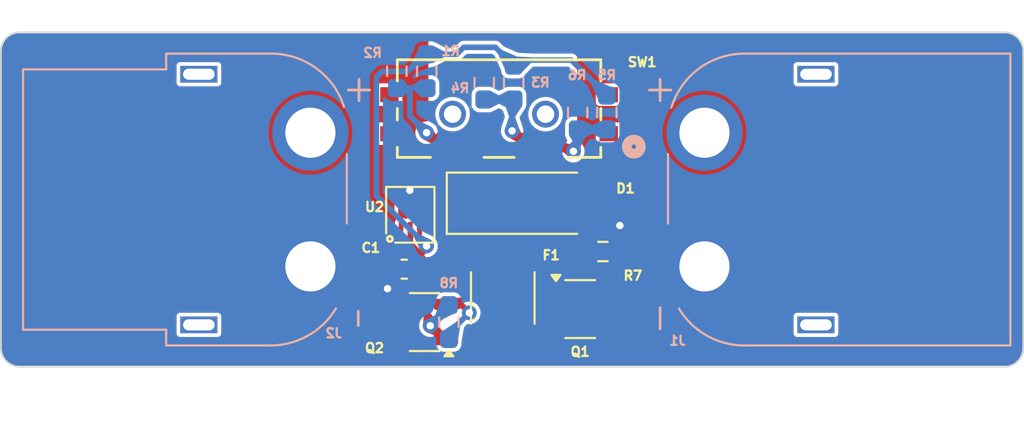
<source format=kicad_pcb>
(kicad_pcb (version 20240108) (generator "pcbnew") (generator_version "8.0")
  (layers (0 "F.Cu" signal) (31 "B.Cu" signal) (34 "B.Paste" user) (35 "F.Paste" user) (36 "B.SilkS" user "B.Silkscreen") (37 "F.SilkS" user "F.Silkscreen") (38 "B.Mask" user) (39 "F.Mask" user) (44 "Edge.Cuts" user))
  (net 0 "")
  (net 1 "GND")
  (net 2 "Net-(R1-Pad1)")
  (net 3 "Net-(Q2-S)")
  (net 4 "Net-(D1-K)")
  (net 5 "Net-(D1-A)")
  (net 6 "Net-(J1-Pin_2)")
  (net 7 "Net-(J2-Pin_2)")
  (net 8 "Net-(R3-Pad1)")
  (net 9 "Net-(R5-Pad1)")
  (net 10 "Net-(Q2-G)")
  (net 11 "Net-(U2-IN-)")
  (footprint "Package_TO_SOT_SMD:SOT-23-3" (layer "F.Cu") (at 147.1625 119.9)
    (property "Reference" "Q1" (at 0 2.3 0) (layer "F.SilkS") (effects (font (size 0.5 0.5))))
    (property "Value" "GSFC3415C")
    (fp_line (start 0 -1.56) (end -0.8 -1.56) (stroke (width 0.12)) (layer "F.SilkS"))
    (fp_line (start 0 -1.56) (end 0.8 -1.56) (stroke (width 0.12)) (layer "F.SilkS"))
    (fp_line (start 0 1.56) (end -0.8 1.56) (stroke (width 0.12)) (layer "F.SilkS"))
    (fp_line (start 0 1.56) (end 0.8 1.56) (stroke (width 0.12)) (layer "F.SilkS"))
    (fp_poly (pts (xy -1.3 -1.51) (xy -1.54 -1.84) (xy -1.06 -1.84) (xy -1.3 -1.51)) (stroke (width 0.12)) (fill solid) (layer "F.SilkS"))
    (pad "1" smd roundrect (at -1.1375 -0.95) (size 1.325 0.6) (layers "F.Cu" "F.Paste" "F.Mask") (net 5 "Net-(D1-A)"))
    (pad "2" smd roundrect (at -1.1375 0.95) (size 1.325 0.6) (layers "F.Cu" "F.Paste" "F.Mask") (net 4 "Net-(D1-K)"))
    (pad "3" smd roundrect (at 1.1375 0) (size 1.325 0.6) (layers "F.Cu" "F.Paste" "F.Mask") (net 6 "Net-(J1-Pin_2)"))
  )
  (footprint "BPP_Lib:CUS-13TB_NDC" (layer "F.Cu") (at 142.8 109.1 180)
    (property "Reference" "SW1" (at -7.7 2.5 0) (layer "F.SilkS") (effects (font (size 0.5 0.5))))
    (property "Value" "CUS-13TB")
    (fp_circle (center -7.2517 -2.0519) (end -6.8707 -2.0519) (stroke (width 0.508)) (fill none) (layer "B.SilkS"))
    (fp_line (start 5.4737 2.628901) (end 5.4737 1.48724) (stroke (width 0.1524)) (layer "F.SilkS"))
    (fp_line (start 5.4737 0.00896) (end 5.4737 -0.612759) (stroke (width 0.1524)) (layer "F.SilkS"))
    (fp_line (start 5.4737 -2.091039) (end 5.4737 -2.6289) (stroke (width 0.1524)) (layer "F.SilkS"))
    (fp_line (start 5.4737 -2.6289) (end 3.688339 -2.6289) (stroke (width 0.1524)) (layer "F.SilkS"))
    (fp_line (start 0.81166 -2.6289) (end -0.81166 -2.6289) (stroke (width 0.1524)) (layer "F.SilkS"))
    (fp_line (start -3.688339 -2.6289) (end -5.4737 -2.6289) (stroke (width 0.1524)) (layer "F.SilkS"))
    (fp_line (start -5.4737 2.628901) (end 5.4737 2.628901) (stroke (width 0.1524)) (layer "F.SilkS"))
    (fp_line (start -5.4737 1.48724) (end -5.4737 2.628901) (stroke (width 0.1524)) (layer "F.SilkS"))
    (fp_line (start -5.4737 -0.612759) (end -5.4737 0.00896) (stroke (width 0.1524)) (layer "F.SilkS"))
    (fp_line (start -5.4737 -2.6289) (end -5.4737 -2.091039) (stroke (width 0.1524)) (layer "F.SilkS"))
    (fp_circle (center -7.2517 -2.0519) (end -6.8707 -2.0519) (stroke (width 0.508)) (fill none) (layer "F.SilkS"))
    (pad "1" smd rect (at -2.999999 -2.0519 180) (size 0.7112 1.4986) (layers "F.Cu" "F.Paste" "F.Mask") (net 9 "Net-(R5-Pad1)"))
    (pad "2" smd rect (at -1.5 -2.0519 180) (size 0.7112 1.4986) (layers "F.Cu" "F.Paste" "F.Mask") (net 8 "Net-(R3-Pad1)"))
    (pad "3" smd rect (at 1.5 -2.0519 180) (size 0.7112 1.4986) (layers "F.Cu" "F.Paste" "F.Mask") (net 11 "Net-(U2-IN-)"))
    (pad "4" smd rect (at 2.999999 -2.0519 180) (size 0.7112 1.4986) (layers "F.Cu" "F.Paste" "F.Mask") (net 2 "Net-(R1-Pad1)"))
    (pad "5" smd rect (at -5.899998 -1.351899 180) (size 0.9906 0.8128) (layers "F.Cu" "F.Paste" "F.Mask"))
    (pad "6" smd rect (at 5.899998 -1.351899 180) (size 0.9906 0.8128) (layers "F.Cu" "F.Paste" "F.Mask"))
    (pad "7" smd rect (at -5.899998 0.7481 180) (size 0.9906 0.8128) (layers "F.Cu" "F.Paste" "F.Mask"))
    (pad "8" smd rect (at 5.899998 0.7481 180) (size 0.9906 0.8128) (layers "F.Cu" "F.Paste" "F.Mask"))
    (pad "9" thru_hole circle (at -2.5 -0.30184 180) (size 1.4478 1.4478) (drill 0.9398) (layers "*.Cu" "*.Mask"))
    (pad "10" thru_hole circle (at 2.5 -0.30184 180) (size 1.4478 1.4478) (drill 0.9398) (layers "*.Cu" "*.Mask"))
  )
  (footprint "PCM_Package_DFN_QFN_AKL:DFN-3-1EP-2x2mm_P0.5mm_EP1x1.35mm" (layer "F.Cu") (at 138.025 114.6214 90)
    (property "Reference" "U2" (at 0.2214 -1.925 0) (layer "F.SilkS") (effects (font (size 0.5 0.5))))
    (property "Value" "LT6703HDC-2" (hide yes))
    (fp_line (start 1.3 -1.3) (end 1.3 1.3) (stroke (width 0.12)) (layer "F.SilkS"))
    (fp_line (start -1.2 -1.3) (end 1.3 -1.3) (stroke (width 0.12)) (layer "F.SilkS"))
    (fp_line (start 1.3 1.3) (end -1.7 1.3) (stroke (width 0.12)) (layer "F.SilkS"))
    (fp_line (start -1.7 1.3) (end -1.7 -0.8) (stroke (width 0.12)) (layer "F.SilkS"))
    (fp_circle (center -1.5 -1.1) (end -1.4365 -1.1) (stroke (width 0.15)) (fill none) (layer "F.SilkS"))
    (pad "1" smd roundrect (at -0.9625 -0.5 90) (size 0.775 0.25) (layers "F.Cu" "F.Paste" "F.Mask") (net 10 "Net-(Q2-G)"))
    (pad "2" smd roundrect (at -0.9625 0 90) (size 0.775 0.25) (layers "F.Cu" "F.Paste" "F.Mask") (net 3 "Net-(Q2-S)"))
    (pad "3" smd roundrect (at -0.9625 0.5 90) (size 0.775 0.25) (layers "F.Cu" "F.Paste" "F.Mask") (net 11 "Net-(U2-IN-)"))
    (pad "4" smd roundrect (at 0.2 0 90) (size 1 1.3) (layers "F.Cu" "F.Mask") (net 1 "GND"))
  )
  (footprint "Fuse:Fuse_1812_4532Metric_Pad1.30x3.40mm_HandSolder" (layer "F.Cu") (at 143 119.3 -90)
    (property "Reference" "F1" (at -2.3 -2.6 180) (layer "F.SilkS") (effects (font (size 0.5 0.5))))
    (property "Value" "1812L300/24SLER")
    (fp_line (start -1.386252 1.71) (end 1.386252 1.71) (stroke (width 0.12)) (layer "F.SilkS"))
    (fp_line (start -1.386252 -1.71) (end 1.386252 -1.71) (stroke (width 0.12)) (layer "F.SilkS"))
    (pad "1" smd roundrect (at -2.225 0 270) (size 1.3 3.4) (layers "F.Cu" "F.Paste" "F.Mask") (roundrect_rratio 0.192308) (net 4 "Net-(D1-K)"))
    (pad "2" smd roundrect (at 2.225 0 270) (size 1.3 3.4) (layers "F.Cu" "F.Paste" "F.Mask") (roundrect_rratio 0.192308) (net 3 "Net-(Q2-S)"))
  )
  (footprint "Package_TO_SOT_SMD:SOT-23-3" (layer "F.Cu") (at 138.8 120.6 180)
    (property "Reference" "Q2" (at 2.7 -1.4 180) (layer "F.SilkS") (effects (font (size 0.5 0.5))))
    (property "Value" "GSFC3415C")
    (fp_line (start 0 1.56) (end 0.8 1.56) (stroke (width 0.12)) (layer "F.SilkS"))
    (fp_line (start 0 1.56) (end -0.8 1.56) (stroke (width 0.12)) (layer "F.SilkS"))
    (fp_line (start 0 -1.56) (end 0.8 -1.56) (stroke (width 0.12)) (layer "F.SilkS"))
    (fp_line (start 0 -1.56) (end -0.8 -1.56) (stroke (width 0.12)) (layer "F.SilkS"))
    (fp_poly (pts (xy -1.3 -1.51) (xy -1.54 -1.84) (xy -1.06 -1.84) (xy -1.3 -1.51)) (stroke (width 0.12)) (fill solid) (layer "F.SilkS"))
    (pad "1" smd roundrect (at -1.1375 -0.95 180) (size 1.325 0.6) (layers "F.Cu" "F.Paste" "F.Mask") (net 10 "Net-(Q2-G)"))
    (pad "2" smd roundrect (at -1.1375 0.95 180) (size 1.325 0.6) (layers "F.Cu" "F.Paste" "F.Mask") (net 3 "Net-(Q2-S)"))
    (pad "3" smd roundrect (at 1.1375 0 180) (size 1.325 0.6) (layers "F.Cu" "F.Paste" "F.Mask") (net 7 "Net-(J2-Pin_2)"))
  )
  (footprint "Diode_SMD:D_SMA_Handsoldering" (layer "F.Cu") (at 144.5 114.2)
    (property "Reference" "D1" (at 5.1 -0.8 0) (layer "F.SilkS") (effects (font (size 0.5 0.5))))
    (property "Value" "SMAZ10-13-F")
    (fp_line (start -4.51 -1.65) (end -4.51 1.65) (stroke (width 0.12)) (layer "F.SilkS"))
    (fp_line (start -4.51 -1.65) (end 2.5 -1.65) (stroke (width 0.12)) (layer "F.SilkS"))
    (fp_line (start -4.51 1.65) (end 2.5 1.65) (stroke (width 0.12)) (layer "F.SilkS"))
    (pad "1" smd roundrect (at -2.5 0) (size 3.5 1.8) (layers "F.Cu" "F.Paste" "F.Mask") (roundrect_rratio 0.1388888889) (net 4 "Net-(D1-K)"))
    (pad "2" smd roundrect (at 2.5 0) (size 3.5 1.8) (layers "F.Cu" "F.Paste" "F.Mask") (roundrect_rratio 0.1388888889) (net 5 "Net-(D1-A)"))
  )
  (footprint "Resistor_SMD:R_0603_1608Metric_Pad0.98x0.95mm_HandSolder" (layer "F.Cu") (at 148.3875 116.8 180)
    (property "Reference" "R7" (at -1.6125 -1.3 180) (layer "F.SilkS") (effects (font (size 0.5 0.5))))
    (property "Value" "10k")
    (fp_line (start -0.254724 0.5225) (end 0.254724 0.5225) (stroke (width 0.12)) (layer "F.SilkS"))
    (fp_line (start -0.254724 -0.5225) (end 0.254724 -0.5225) (stroke (width 0.12)) (layer "F.SilkS"))
    (pad "1" smd roundrect (at -0.9125 0 180) (size 0.975 0.95) (layers "F.Cu" "F.Paste" "F.Mask") (net 1 "GND"))
    (pad "2" smd roundrect (at 0.9125 0 180) (size 0.975 0.95) (layers "F.Cu" "F.Paste" "F.Mask") (net 5 "Net-(D1-A)"))
  )
  (footprint "Capacitor_SMD:C_0603_1608Metric_Pad1.08x0.95mm_HandSolder" (layer "F.Cu") (at 137.7 117.75)
    (property "Reference" "C1" (at -1.8 -1.15 0) (layer "F.SilkS") (effects (font (size 0.5 0.5))))
    (property "Value" "100nF")
    (fp_line (start -0.146267 -0.51) (end 0.146267 -0.51) (stroke (width 0.12)) (layer "F.SilkS"))
    (fp_line (start -0.146267 0.51) (end 0.146267 0.51) (stroke (width 0.12)) (layer "F.SilkS"))
    (pad "1" smd roundrect (at -0.8625 0) (size 1.075 0.95) (layers "F.Cu" "F.Paste" "F.Mask") (net 1 "GND"))
    (pad "2" smd roundrect (at 0.8625 0) (size 1.075 0.95) (layers "F.Cu" "F.Paste" "F.Mask") (net 3 "Net-(Q2-S)"))
  )
  (footprint "Resistor_SMD:R_0603_1608Metric_Pad0.98x0.95mm_HandSolder" (layer "B.Cu") (at 137.3 107.0875 -90)
    (property "Reference" "R2" (at -0.9875 1.3 180) (layer "B.SilkS") (effects (font (size 0.5 0.5)) (justify mirror)))
    (property "Value" "145k")
    (fp_line (start 0.254724 0.5225) (end -0.254724 0.5225) (stroke (width 0.12)) (layer "B.SilkS"))
    (fp_line (start 0.254724 -0.5225) (end -0.254724 -0.5225) (stroke (width 0.12)) (layer "B.SilkS"))
    (pad "1" smd roundrect (at -0.9125 0 270) (size 0.975 0.95) (layers "B.Cu" "B.Paste" "B.Mask") (net 1 "GND"))
    (pad "2" smd roundrect (at 0.9125 0 270) (size 0.975 0.95) (layers "B.Cu" "B.Paste" "B.Mask") (net 2 "Net-(R1-Pad1)"))
  )
  (footprint "Connector_AMASS:AMASS_XT60PW-F_1x02_P7.20mm_Horizontal" (layer "B.Cu") (at 132.65 117.6 -90)
    (property "Reference" "J2" (at 3.6 -1.25 180) (layer "B.SilkS") (effects (font (size 0.5 0.5)) (justify mirror)))
    (property "Value" "XT60PW-F")
    (fp_line (start 3.41 15.46) (end -10.61 15.46) (stroke (width 0.12)) (layer "B.SilkS"))
    (fp_line (start -10.61 7.76) (end -10.61 15.46) (stroke (width 0.12)) (layer "B.SilkS"))
    (fp_line (start -10.61 7.76) (end -11.46 7.76) (stroke (width 0.12)) (layer "B.SilkS"))
    (fp_line (start 3.41 7.76) (end 3.41 15.46) (stroke (width 0.12)) (layer "B.SilkS"))
    (fp_line (start 4.26 7.76) (end 3.41 7.76) (stroke (width 0.12)) (layer "B.SilkS"))
    (fp_line (start -11.46 2.15) (end -11.46 7.76) (stroke (width 0.12)) (layer "B.SilkS"))
    (fp_line (start 4.26 2.15) (end 4.26 7.76) (stroke (width 0.12)) (layer "B.SilkS"))
    (fp_line (start -2.31 -1.96) (end -6.05 -1.96) (stroke (width 0.12)) (layer "B.SilkS"))
    (fp_arc (start -11.46 2.15) (mid -10.677645 -0.302568) (end -8.5899 -1.808718) (stroke (width 0.12)) (layer "B.SilkS"))
    (fp_arc (start 2.266806 -1.372958) (mid 3.727162 0.126139) (end 4.26 2.15) (stroke (width 0.12)) (layer "B.SilkS"))
    (fp_text user "-" (at 2.8 -2.5 90) (layer "B.SilkS") (effects (justify mirror)))
    (fp_text user "+" (at -9.5 -2.5 90) (layer "B.SilkS") (effects (font (size 1.5 1.5)) (justify mirror)))
    (pad "" thru_hole rect (at -10.35 6 270) (size 0.9 2) (drill oval 0.6 1.7) (layers "*.Cu" "*.Mask"))
    (pad "" thru_hole rect (at 3.15 6 270) (size 0.9 2) (drill oval 0.6 1.7) (layers "*.Cu" "*.Mask"))
    (pad "1" thru_hole roundrect (at 0 0 270) (size 4.1 4.1) (drill 2.7) (layers "*.Cu" "*.Mask") (net 1 "GND"))
    (pad "2" thru_hole circle (at -7.2 0 270) (size 4.1 4.1) (drill 2.7) (layers "*.Cu" "*.Mask") (net 7 "Net-(J2-Pin_2)"))
  )
  (footprint "Resistor_SMD:R_0603_1608Metric_Pad0.98x0.95mm_HandSolder" (layer "B.Cu") (at 143.59 107.7 90)
    (property "Reference" "R3" (at 0 1.43 0) (layer "B.SilkS") (effects (font (size 0.5 0.5)) (justify mirror)))
    (property "Value" "1M")
    (fp_line (start 0.254724 -0.5225) (end -0.254724 -0.5225) (stroke (width 0.12)) (layer "B.SilkS"))
    (fp_line (start 0.254724 0.5225) (end -0.254724 0.5225) (stroke (width 0.12)) (layer "B.SilkS"))
    (pad "1" smd roundrect (at -0.9125 0 90) (size 0.975 0.95) (layers "B.Cu" "B.Paste" "B.Mask") (net 8 "Net-(R3-Pad1)"))
    (pad "2" smd roundrect (at 0.9125 0 90) (size 0.975 0.95) (layers "B.Cu" "B.Paste" "B.Mask") (net 3 "Net-(Q2-S)"))
  )
  (footprint "Resistor_SMD:R_0603_1608Metric_Pad0.98x0.95mm_HandSolder" (layer "B.Cu") (at 148.6 109.3125 90)
    (property "Reference" "R5" (at 2.0125 0 0) (layer "B.SilkS") (effects (font (size 0.5 0.5)) (justify mirror)))
    (property "Value" "1M")
    (fp_line (start 0.254724 -0.5225) (end -0.254724 -0.5225) (stroke (width 0.12)) (layer "B.SilkS"))
    (fp_line (start 0.254724 0.5225) (end -0.254724 0.5225) (stroke (width 0.12)) (layer "B.SilkS"))
    (pad "1" smd roundrect (at -0.9125 0 90) (size 0.975 0.95) (layers "B.Cu" "B.Paste" "B.Mask") (net 9 "Net-(R5-Pad1)"))
    (pad "2" smd roundrect (at 0.9125 0 90) (size 0.975 0.95) (layers "B.Cu" "B.Paste" "B.Mask") (net 3 "Net-(Q2-S)"))
  )
  (footprint "Resistor_SMD:R_0603_1608Metric_Pad0.98x0.95mm_HandSolder" (layer "B.Cu") (at 138.91 107.0875 90)
    (property "Reference" "R1" (at 1.0875 1.29 0) (layer "B.SilkS") (effects (font (size 0.5 0.5)) (justify mirror)))
    (property "Value" "1M")
    (fp_line (start 0.254724 -0.5225) (end -0.254724 -0.5225) (stroke (width 0.12)) (layer "B.SilkS"))
    (fp_line (start 0.254724 0.5225) (end -0.254724 0.5225) (stroke (width 0.12)) (layer "B.SilkS"))
    (pad "1" smd roundrect (at -0.9125 0 90) (size 0.975 0.95) (layers "B.Cu" "B.Paste" "B.Mask") (net 2 "Net-(R1-Pad1)"))
    (pad "2" smd roundrect (at 0.9125 0 90) (size 0.975 0.95) (layers "B.Cu" "B.Paste" "B.Mask") (net 3 "Net-(Q2-S)"))
  )
  (footprint "Resistor_SMD:R_0603_1608Metric_Pad0.98x0.95mm_HandSolder" (layer "B.Cu") (at 140.1 120.6 -90)
    (property "Reference" "R8" (at -2.1 0 180) (layer "B.SilkS") (effects (font (size 0.5 0.5)) (justify mirror)))
    (property "Value" "1M")
    (fp_line (start 0.254724 0.5225) (end -0.254724 0.5225) (stroke (width 0.12)) (layer "B.SilkS"))
    (fp_line (start 0.254724 -0.5225) (end -0.254724 -0.5225) (stroke (width 0.12)) (layer "B.SilkS"))
    (pad "1" smd roundrect (at -0.9125 0 270) (size 0.975 0.95) (layers "B.Cu" "B.Paste" "B.Mask") (net 10 "Net-(Q2-G)"))
    (pad "2" smd roundrect (at 0.9125 0 270) (size 0.975 0.95) (layers "B.Cu" "B.Paste" "B.Mask") (net 3 "Net-(Q2-S)"))
  )
  (footprint "Connector_AMASS:AMASS_XT60PW-M_1x02_P7.20mm_Horizontal" (layer "B.Cu") (at 153.85 117.6 90)
    (property "Reference" "J1" (at -4 -1.45 0) (layer "B.SilkS") (effects (font (size 0.5 0.5)) (justify mirror)))
    (property "Value" "XT60PW-M")
    (fp_line (start 6.05 -1.96) (end 2.31 -1.96) (stroke (width 0.12)) (layer "B.SilkS"))
    (fp_line (start 11.46 2.15) (end 11.46 16.46) (stroke (width 0.12)) (layer "B.SilkS"))
    (fp_line (start -4.26 2.15) (end -4.26 16.46) (stroke (width 0.12)) (layer "B.SilkS"))
    (fp_line (start 11.46 16.46) (end -4.26 16.46) (stroke (width 0.12)) (layer "B.SilkS"))
    (fp_arc (start 8.551648 -1.780413) (mid 10.653852 -0.294722) (end 11.46 2.15) (stroke (width 0.12)) (layer "B.SilkS"))
    (fp_arc (start -4.26 2.15) (mid -3.727162 0.126139) (end -2.266806 -1.372958) (stroke (width 0.12)) (layer "B.SilkS"))
    (fp_text user "+" (at 9.5 -2.5 -90) (layer "B.SilkS") (effects (font (size 1.5 1.5)) (justify mirror)))
    (fp_text user "-" (at -2.8 -2.5 -90) (layer "B.SilkS") (effects (font (size 1.5 1.5)) (justify mirror)))
    (pad "" thru_hole rect (at -3.15 6 90) (size 0.9 2) (drill oval 0.6 1.7) (layers "*.Cu" "*.Mask"))
    (pad "" thru_hole rect (at 10.35 6 90) (size 0.9 2) (drill oval 0.6 1.7) (layers "*.Cu" "*.Mask"))
    (pad "1" thru_hole roundrect (at 0 0 90) (size 4.1 4.1) (drill 2.7) (layers "*.Cu" "*.Mask") (net 1 "GND"))
    (pad "2" thru_hole circle (at 7.2 0 90) (size 4.1 4.1) (drill 2.7) (layers "*.Cu" "*.Mask") (net 6 "Net-(J1-Pin_2)"))
  )
  (footprint "Resistor_SMD:R_0603_1608Metric_Pad0.98x0.95mm_HandSolder" (layer "B.Cu") (at 142 107.7 -90)
    (property "Reference" "R4" (at 0.3 1.3 180) (layer "B.SilkS") (effects (font (size 0.5 0.5)) (justify mirror)))
    (property "Value" "67k")
    (fp_line (start 0.254724 0.5225) (end -0.254724 0.5225) (stroke (width 0.12)) (layer "B.SilkS"))
    (fp_line (start 0.254724 -0.5225) (end -0.254724 -0.5225) (stroke (width 0.12)) (layer "B.SilkS"))
    (pad "1" smd roundrect (at -0.9125 0 270) (size 0.975 0.95) (layers "B.Cu" "B.Paste" "B.Mask") (net 1 "GND"))
    (pad "2" smd roundrect (at 0.9125 0 270) (size 0.975 0.95) (layers "B.Cu" "B.Paste" "B.Mask") (net 8 "Net-(R3-Pad1)"))
  )
  (footprint "Resistor_SMD:R_0603_1608Metric_Pad0.98x0.95mm_HandSolder" (layer "B.Cu") (at 147.03 109.3125 90)
    (property "Reference" "R6" (at 2.0125 -0.03 0) (layer "B.SilkS") (effects (font (size 0.5 0.5)) (justify mirror)))
    (property "Value" "44.5k")
    (fp_line (start 0.254724 -0.5225) (end -0.254724 -0.5225) (stroke (width 0.12)) (layer "B.SilkS"))
    (fp_line (start 0.254724 0.5225) (end -0.254724 0.5225) (stroke (width 0.12)) (layer "B.SilkS"))
    (pad "1" smd roundrect (at -0.9125 0 90) (size 0.975 0.95) (layers "B.Cu" "B.Paste" "B.Mask") (net 9 "Net-(R5-Pad1)"))
    (pad "2" smd roundrect (at 0.9125 0 90) (size 0.975 0.95) (layers "B.Cu" "B.Paste" "B.Mask") (net 1 "GND"))
  )
  (gr_line (start 116 122) (end 116 106) (stroke (width 0.1)) (layer "Edge.Cuts"))
  (gr_line (start 170 123) (end 117 123) (stroke (width 0.1)) (layer "Edge.Cuts"))
  (gr_line (start 171 122) (end 171 106) (stroke (width 0.1)) (layer "Edge.Cuts"))
  (gr_arc (start 170 105) (mid 170.707107 105.292893) (end 171 106) (stroke (width 0.1)) (layer "Edge.Cuts"))
  (gr_line (start 117 105) (end 170 105) (stroke (width 0.1)) (layer "Edge.Cuts"))
  (gr_arc (start 117 123) (mid 116.292893 122.707107) (end 116 122) (stroke (width 0.1)) (layer "Edge.Cuts"))
  (gr_arc (start 116 106) (mid 116.292893 105.292893) (end 117 105) (stroke (width 0.1)) (layer "Edge.Cuts"))
  (gr_arc (start 171 122) (mid 170.707107 122.707107) (end 170 123) (stroke (width 0.1)) (layer "Edge.Cuts"))
  (segment (start 138.025 114.4214) (end 138.025 113.525) (width 1) (layer "F.Cu") (net 1))
  (segment (start 136.8 118.8) (end 136.8 117.7875) (width 1) (layer "F.Cu") (net 1))
  (segment (start 136.8 117.7875) (end 136.8375 117.75) (width 1) (layer "F.Cu") (net 1))
  (segment (start 149.3 115.4) (end 149.3 116.8) (width 1) (layer "F.Cu") (net 1))
  (segment (start 138.025 113.525) (end 138 113.5) (width 1) (layer "F.Cu") (net 1))
  (via (at 149.3 115.4) (size 0.8) (drill 0.4) (layers "F.Cu" "B.Cu") (net 1))
  (via (at 138 113.5) (size 0.8) (drill 0.4) (layers "F.Cu" "B.Cu") (net 1))
  (via (at 136.8 118.8) (size 0.8) (drill 0.4) (layers "F.Cu" "B.Cu") (net 1))
  (segment (start 139.6519 111.1519) (end 139.800001 111.1519) (width 0.3) (layer "F.Cu") (net 2))
  (segment (start 138.9 110.4) (end 139.6519 111.1519) (width 0.3) (layer "F.Cu") (net 2))
  (via (at 138.9 110.4) (size 0.8) (drill 0.4) (layers "F.Cu" "B.Cu") (net 2))
  (segment (start 138 109.5) (end 138.9 110.4) (width 0.3) (layer "B.Cu") (net 2))
  (segment (start 138 108) (end 138 109.5) (width 0.3) (layer "B.Cu") (net 2))
  (segment (start 138 108) (end 138.91 108) (width 0.3) (layer "B.Cu") (net 2))
  (segment (start 137.3 108) (end 138 108) (width 0.3) (layer "B.Cu") (net 2))
  (segment (start 138.025 115.5839) (end 138.025 116.375) (width 0.3) (layer "F.Cu") (net 3))
  (segment (start 139.9375 119.65) (end 140.55 119.65) (width 0.3) (layer "F.Cu") (net 3))
  (segment (start 138.025 116.375) (end 138.6 116.95) (width 0.3) (layer "F.Cu") (net 3))
  (segment (start 140.75 119.65) (end 141.2 120.1) (width 0.3) (layer "F.Cu") (net 3))
  (segment (start 138.5625 117.75) (end 140 117.75) (width 0.3) (layer "F.Cu") (net 3))
  (segment (start 138.6 117.7125) (end 138.5625 117.75) (width 0.3) (layer "F.Cu") (net 3))
  (segment (start 138.9 116.65) (end 138.6 116.95) (width 0.3) (layer "F.Cu") (net 3))
  (segment (start 138.6 116.95) (end 138.6 117.7125) (width 0.3) (layer "F.Cu") (net 3))
  (segment (start 143 120.75) (end 143 121.525) (width 0.3) (layer "F.Cu") (net 3))
  (segment (start 141.225 118.975) (end 143 120.75) (width 0.3) (layer "F.Cu") (net 3))
  (segment (start 139.9375 119.65) (end 140.75 119.65) (width 0.3) (layer "F.Cu") (net 3))
  (segment (start 140 117.75) (end 141.225 118.975) (width 0.3) (layer "F.Cu") (net 3))
  (segment (start 140.55 119.65) (end 141.225 118.975) (width 0.3) (layer "F.Cu") (net 3))
  (segment (start 138.9 116.5) (end 138.9 116.65) (width 0.3) (layer "F.Cu") (net 3))
  (via (at 141.2 120.1) (size 0.8) (drill 0.4) (layers "F.Cu" "B.Cu") (net 3))
  (via (at 138.9 116.5) (size 0.8) (drill 0.4) (layers "F.Cu" "B.Cu") (net 3))
  (segment (start 138 107) (end 137.9 107.1) (width 0.3) (layer "B.Cu") (net 3))
  (segment (start 146.6875 106.4875) (end 148.6 108.4) (width 0.3) (layer "B.Cu") (net 3))
  (segment (start 138.91 106.175) (end 140.525 106.175) (width 0.3) (layer "B.Cu") (net 3))
  (segment (start 136.2 109.6) (end 136.2 113.8) (width 0.3) (layer "B.Cu") (net 3))
  (segment (start 140.525 106.175) (end 140.9 105.8) (width 0.3) (layer "B.Cu") (net 3))
  (segment (start 142.6025 105.8) (end 143.59 106.7875) (width 0.3) (layer "B.Cu") (net 3))
  (segment (start 136.2 113.8) (end 138.9 116.5) (width 0.3) (layer "B.Cu") (net 3))
  (segment (start 136.5 107.1) (end 136.2 107.4) (width 0.3) (layer "B.Cu") (net 3))
  (segment (start 138.825 106.175) (end 138 107) (width 0.3) (layer "B.Cu") (net 3))
  (segment (start 141.2 120.1) (end 140.1 121.2) (width 0.3) (layer "B.Cu") (net 3))
  (segment (start 137.9 107.1) (end 136.5 107.1) (width 0.3) (layer "B.Cu") (net 3))
  (segment (start 140.9 105.8) (end 142.6025 105.8) (width 0.3) (layer "B.Cu") (net 3))
  (segment (start 138.91 106.175) (end 138.825 106.175) (width 0.3) (layer "B.Cu") (net 3))
  (segment (start 140.1 121.2) (end 140.1 121.5125) (width 0.3) (layer "B.Cu") (net 3))
  (segment (start 136.2 107.4) (end 136.2 109.6) (width 0.3) (layer "B.Cu") (net 3))
  (segment (start 143.59 106.7875) (end 143.89 106.4875) (width 0.3) (layer "B.Cu") (net 3))
  (segment (start 143.89 106.4875) (end 146.6875 106.4875) (width 0.3) (layer "B.Cu") (net 3))
  (segment (start 143.5875 118.4125) (end 143 117.825) (width 0.5) (layer "F.Cu") (net 4))
  (segment (start 143 115.2) (end 142 114.2) (width 1) (layer "F.Cu") (net 4))
  (segment (start 143.5875 118.4125) (end 146.025 120.85) (width 0.5) (layer "F.Cu") (net 4))
  (segment (start 143 117.075) (end 143 115.2) (width 1) (layer "F.Cu") (net 4))
  (segment (start 143 117.825) (end 143 117.075) (width 0.5) (layer "F.Cu") (net 4))
  (segment (start 146.2 117.2) (end 146.2 115) (width 0.3) (layer "F.Cu") (net 5))
  (segment (start 146.2 115) (end 147 114.2) (width 0.3) (layer "F.Cu") (net 5))
  (segment (start 146.8 116.8) (end 147.475 116.8) (width 0.3) (layer "F.Cu") (net 5))
  (segment (start 146.2 118.775) (end 146.025 118.95) (width 0.3) (layer "F.Cu") (net 5))
  (segment (start 146.3 117.3) (end 146.8 116.8) (width 0.3) (layer "F.Cu") (net 5))
  (segment (start 146.025 118.95) (end 146.25 118.95) (width 0.3) (layer "F.Cu") (net 5))
  (segment (start 146.2 117.2) (end 146.2 118.775) (width 0.3) (layer "F.Cu") (net 5))
  (segment (start 146.3 117.3) (end 146.2 117.2) (width 0.3) (layer "F.Cu") (net 5))
  (segment (start 143.5 110.3) (end 143.5 110.3519) (width 0.3) (layer "F.Cu") (net 8))
  (segment (start 143.5 110.3519) (end 144.3 111.1519) (width 0.3) (layer "F.Cu") (net 8))
  (via (at 143.5 110.3) (size 0.8) (drill 0.4) (layers "F.Cu" "B.Cu") (net 8))
  (segment (start 142 108.6125) (end 143.59 108.6125) (width 0.3) (layer "B.Cu") (net 8))
  (segment (start 143.5 110.3) (end 143.5 108.7025) (width 0.3) (layer "B.Cu") (net 8))
  (segment (start 143.5 108.7025) (end 143.59 108.6125) (width 0.3) (layer "B.Cu") (net 8))
  (segment (start 146.5519 111.1519) (end 146.8 111.4) (width 0.3) (layer "F.Cu") (net 9))
  (segment (start 145.799999 111.1519) (end 146.5519 111.1519) (width 0.3) (layer "F.Cu") (net 9))
  (via (at 146.8 111.4) (size 0.8) (drill 0.4) (layers "F.Cu" "B.Cu") (net 9))
  (segment (start 147.03 110.225) (end 148.6 110.225) (width 0.3) (layer "B.Cu") (net 9))
  (segment (start 147.03 111.17) (end 146.8 111.4) (width 0.3) (layer "B.Cu") (net 9))
  (segment (start 147.03 110.225) (end 147.03 111.17) (width 0.3) (layer "B.Cu") (net 9))
  (segment (start 137.525 116.775) (end 137.525 115.5839) (width 0.2) (layer "F.Cu") (net 10))
  (segment (start 137.693784 116.943784) (end 137.525 116.775) (width 0.2) (layer "F.Cu") (net 10))
  (segment (start 139.1875 120.8) (end 139.9375 121.55) (width 0.3) (layer "F.Cu") (net 10))
  (segment (start 139.1 120.8) (end 139.1875 120.8) (width 0.3) (layer "F.Cu") (net 10))
  (segment (start 139.1 120.8) (end 138.918784 120.618784) (width 0.3) (layer "F.Cu") (net 10))
  (segment (start 138.918784 119.481216) (end 137.693784 118.256216) (width 0.3) (layer "F.Cu") (net 10))
  (segment (start 137.693784 118.256216) (end 137.693784 116.943784) (width 0.2) (layer "F.Cu") (net 10))
  (segment (start 139.9375 121.55) (end 139.9625 121.525) (width 0.3) (layer "F.Cu") (net 10))
  (segment (start 138.918784 120.618784) (end 138.918784 119.481216) (width 0.3) (layer "F.Cu") (net 10))
  (via (at 139.1 120.8) (size 0.8) (drill 0.4) (layers "F.Cu" "B.Cu") (net 10))
  (segment (start 140.1 119.8) (end 140.1 119.6875) (width 0.3) (layer "B.Cu") (net 10))
  (segment (start 139.1 120.8) (end 140.1 119.8) (width 0.3) (layer "B.Cu") (net 10))
  (segment (start 139.8 114.3089) (end 138.525 115.5839) (width 0.3) (layer "F.Cu") (net 11))
  (segment (start 139.8 113.2) (end 139.8 114.3089) (width 0.3) (layer "F.Cu") (net 11))
  (segment (start 141.3 111.1519) (end 141.3 111.7) (width 0.3) (layer "F.Cu") (net 11))
  (segment (start 141.3 111.7) (end 139.8 113.2) (width 0.3) (layer "F.Cu") (net 11))
  (zone (net 7) (net_name "Net-(J2-Pin_2)") (layer "F.Cu") (priority 1) (connect_pads yes (clearance 0.2)) (min_thickness 0.2) (fill yes (thermal_gap 0.5) (thermal_bridge_width 0.5))
    (polygon (pts (xy 129 123) (xy 139 123) (xy 139 105) (xy 129 105)))
  )
  (zone (net 6) (net_name "Net-(J1-Pin_2)") (layer "F.Cu") (connect_pads yes (clearance 0.2)) (min_thickness 0.2) (fill yes (thermal_gap 0.5) (thermal_bridge_width 0.5))
    (polygon (pts (xy 147 123) (xy 158 123) (xy 158 105) (xy 147 105)))
  )
  (zone (net 1) (net_name "GND") (layers "F&B.Cu") (connect_pads yes (clearance 0.2)) (min_thickness 0.2) (fill yes (thermal_gap 0.5) (thermal_bridge_width 0.5))
    (polygon (pts (xy 116 105) (xy 171 105) (xy 171 123) (xy 116 123)))
  )
)
</source>
